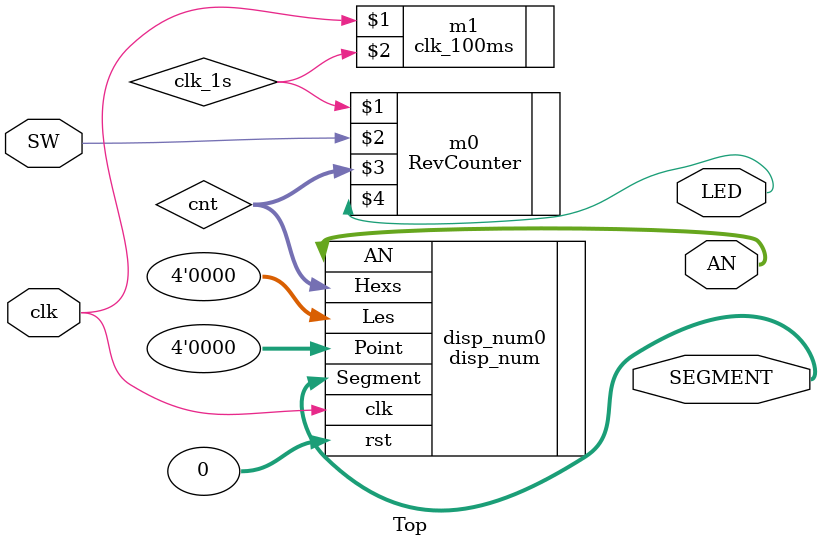
<source format=v>
`timescale 1ns / 1ps
module Top(
		input wire clk,
		input wire SW,
		output wire LED,
		output wire [3:0]AN,
		output wire [7:0]SEGMENT
	);
	
	wire [15:0] cnt;

	RevCounter m0(clk_1s, SW, cnt, LED);
	
	clk_100ms m1(clk,clk_1s);
	
	disp_num disp_num0(.clk(clk), .rst(0), .Hexs(cnt), .Point(4'b0), .Les(4'b0), .AN(AN), .Segment(SEGMENT));
	
endmodule
</source>
